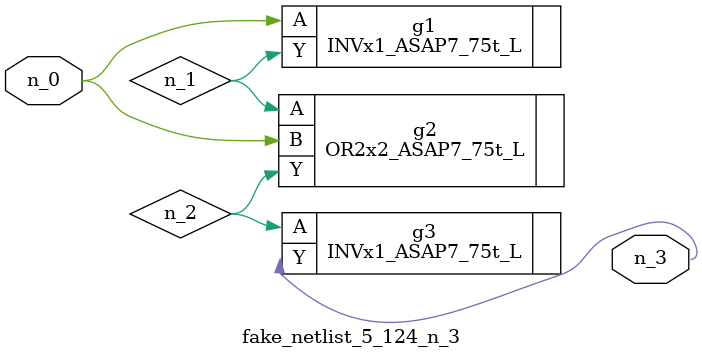
<source format=v>
module fake_netlist_5_124_n_3 (n_0, n_3);

input n_0;

output n_3;

wire n_1;
wire n_2;

INVx1_ASAP7_75t_L g1 ( 
.A(n_0),
.Y(n_1)
);

OR2x2_ASAP7_75t_L g2 ( 
.A(n_1),
.B(n_0),
.Y(n_2)
);

INVx1_ASAP7_75t_L g3 ( 
.A(n_2),
.Y(n_3)
);


endmodule
</source>
